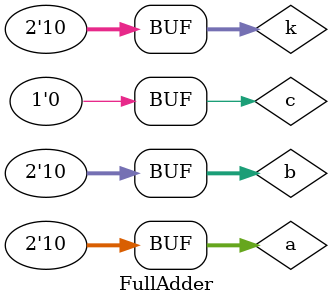
<source format=v>
module CLA(a,b,c,s,co);
	input [1:0] a,b;
	input [0:0] c;
	output [2:0] s;
	output [0:0] co;
	wire [0:0] cx0;
	Carry c1(.a(a[0:0]), .b(b[0:0]), .c(c[0:0]), .s(s[0:0]), .co(cx0[0:0]));
	Carry c2(.a(a[1:1]), .b(b[1:1]), .c(cx0[0:0]), .s(s[1:1]), .co(s[2:2]));
	assign co[0:0] = s[2:2];
endmodule

module Oracle(a,k,enca);
	input [1:0] a;
	input [1:0] k;
	output [1:0] enca;
	assign enca[1:0] = a[1:0] ^ k[1:0];
endmodule

module Carry(a,b,c,s,co);
	input [0:0] a;
	input [0:0] b;
	input [0:0] c;
	output [0:0] s;
	output [0:0] co;
	wire [0:0] out1, out2, out3, out4;
	assign out1 = a & b;
	assign out2 = a ^ b;
	assign out3 = out2 & c;
	assign co = out3 | out1;
	assign out4 = a ^ b;
	assign s = out4 ^ c;
endmodule

 module FullAdder;
	reg [1:0] a;
	reg [1:0] b;
	reg [0:0] c;
	reg [1:0] k;
	wire [1:0] enca;
	wire [2:0] s;
	wire [0:0] co;
	Oracle ora (.a(a), .k(k), .enca(enca));
	CLA cla (.a(enca), .b(b), .c(c), .s(s), .co(co));
	initial begin
	k='b10;
  	a=2;
  	b=2;
  	c=0;
  	$dumpfile(" 1000.vcd");
	$dumpvars;
	end
endmodule

</source>
